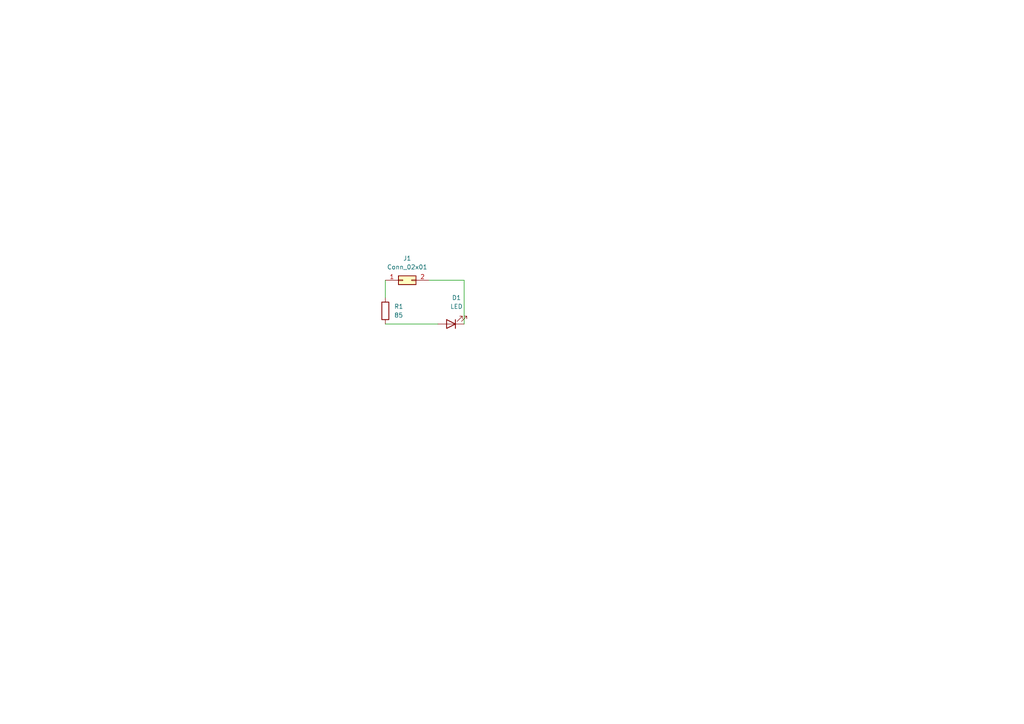
<source format=kicad_sch>
(kicad_sch
	(version 20231120)
	(generator "eeschema")
	(generator_version "8.0")
	(uuid "ea603c3e-a5af-429a-9393-3b28d3801b44")
	(paper "A4")
	(lib_symbols
		(symbol "Connector_Generic:Conn_02x01"
			(pin_names
				(offset 1.016) hide)
			(exclude_from_sim no)
			(in_bom yes)
			(on_board yes)
			(property "Reference" "J"
				(at 1.27 2.54 0)
				(effects
					(font
						(size 1.27 1.27)
					)
				)
			)
			(property "Value" "Conn_02x01"
				(at 1.27 -2.54 0)
				(effects
					(font
						(size 1.27 1.27)
					)
				)
			)
			(property "Footprint" ""
				(at 0 0 0)
				(effects
					(font
						(size 1.27 1.27)
					)
					(hide yes)
				)
			)
			(property "Datasheet" "~"
				(at 0 0 0)
				(effects
					(font
						(size 1.27 1.27)
					)
					(hide yes)
				)
			)
			(property "Description" "Generic connector, double row, 02x01, this symbol is compatible with counter-clockwise, top-bottom and odd-even numbering schemes., script generated (kicad-library-utils/schlib/autogen/connector/)"
				(at 0 0 0)
				(effects
					(font
						(size 1.27 1.27)
					)
					(hide yes)
				)
			)
			(property "ki_keywords" "connector"
				(at 0 0 0)
				(effects
					(font
						(size 1.27 1.27)
					)
					(hide yes)
				)
			)
			(property "ki_fp_filters" "Connector*:*_2x??_*"
				(at 0 0 0)
				(effects
					(font
						(size 1.27 1.27)
					)
					(hide yes)
				)
			)
			(symbol "Conn_02x01_1_1"
				(rectangle
					(start -1.27 0.127)
					(end 0 -0.127)
					(stroke
						(width 0.1524)
						(type default)
					)
					(fill
						(type none)
					)
				)
				(rectangle
					(start -1.27 1.27)
					(end 3.81 -1.27)
					(stroke
						(width 0.254)
						(type default)
					)
					(fill
						(type background)
					)
				)
				(rectangle
					(start 3.81 0.127)
					(end 2.54 -0.127)
					(stroke
						(width 0.1524)
						(type default)
					)
					(fill
						(type none)
					)
				)
				(pin passive line
					(at -5.08 0 0)
					(length 3.81)
					(name "Pin_1"
						(effects
							(font
								(size 1.27 1.27)
							)
						)
					)
					(number "1"
						(effects
							(font
								(size 1.27 1.27)
							)
						)
					)
				)
				(pin passive line
					(at 7.62 0 180)
					(length 3.81)
					(name "Pin_2"
						(effects
							(font
								(size 1.27 1.27)
							)
						)
					)
					(number "2"
						(effects
							(font
								(size 1.27 1.27)
							)
						)
					)
				)
			)
		)
		(symbol "Device:LED"
			(pin_numbers hide)
			(pin_names
				(offset 1.016) hide)
			(exclude_from_sim no)
			(in_bom yes)
			(on_board yes)
			(property "Reference" "D"
				(at 0 2.54 0)
				(effects
					(font
						(size 1.27 1.27)
					)
				)
			)
			(property "Value" "LED"
				(at 0 -2.54 0)
				(effects
					(font
						(size 1.27 1.27)
					)
				)
			)
			(property "Footprint" ""
				(at 0 0 0)
				(effects
					(font
						(size 1.27 1.27)
					)
					(hide yes)
				)
			)
			(property "Datasheet" "~"
				(at 0 0 0)
				(effects
					(font
						(size 1.27 1.27)
					)
					(hide yes)
				)
			)
			(property "Description" "Light emitting diode"
				(at 0 0 0)
				(effects
					(font
						(size 1.27 1.27)
					)
					(hide yes)
				)
			)
			(property "ki_keywords" "LED diode"
				(at 0 0 0)
				(effects
					(font
						(size 1.27 1.27)
					)
					(hide yes)
				)
			)
			(property "ki_fp_filters" "LED* LED_SMD:* LED_THT:*"
				(at 0 0 0)
				(effects
					(font
						(size 1.27 1.27)
					)
					(hide yes)
				)
			)
			(symbol "LED_0_1"
				(polyline
					(pts
						(xy -1.27 -1.27) (xy -1.27 1.27)
					)
					(stroke
						(width 0.254)
						(type default)
					)
					(fill
						(type none)
					)
				)
				(polyline
					(pts
						(xy -1.27 0) (xy 1.27 0)
					)
					(stroke
						(width 0)
						(type default)
					)
					(fill
						(type none)
					)
				)
				(polyline
					(pts
						(xy 1.27 -1.27) (xy 1.27 1.27) (xy -1.27 0) (xy 1.27 -1.27)
					)
					(stroke
						(width 0.254)
						(type default)
					)
					(fill
						(type none)
					)
				)
				(polyline
					(pts
						(xy -3.048 -0.762) (xy -4.572 -2.286) (xy -3.81 -2.286) (xy -4.572 -2.286) (xy -4.572 -1.524)
					)
					(stroke
						(width 0)
						(type default)
					)
					(fill
						(type none)
					)
				)
				(polyline
					(pts
						(xy -1.778 -0.762) (xy -3.302 -2.286) (xy -2.54 -2.286) (xy -3.302 -2.286) (xy -3.302 -1.524)
					)
					(stroke
						(width 0)
						(type default)
					)
					(fill
						(type none)
					)
				)
			)
			(symbol "LED_1_1"
				(pin passive line
					(at -3.81 0 0)
					(length 2.54)
					(name "K"
						(effects
							(font
								(size 1.27 1.27)
							)
						)
					)
					(number "1"
						(effects
							(font
								(size 1.27 1.27)
							)
						)
					)
				)
				(pin passive line
					(at 3.81 0 180)
					(length 2.54)
					(name "A"
						(effects
							(font
								(size 1.27 1.27)
							)
						)
					)
					(number "2"
						(effects
							(font
								(size 1.27 1.27)
							)
						)
					)
				)
			)
		)
		(symbol "Device:R"
			(pin_numbers hide)
			(pin_names
				(offset 0)
			)
			(exclude_from_sim no)
			(in_bom yes)
			(on_board yes)
			(property "Reference" "R"
				(at 2.032 0 90)
				(effects
					(font
						(size 1.27 1.27)
					)
				)
			)
			(property "Value" "R"
				(at 0 0 90)
				(effects
					(font
						(size 1.27 1.27)
					)
				)
			)
			(property "Footprint" ""
				(at -1.778 0 90)
				(effects
					(font
						(size 1.27 1.27)
					)
					(hide yes)
				)
			)
			(property "Datasheet" "~"
				(at 0 0 0)
				(effects
					(font
						(size 1.27 1.27)
					)
					(hide yes)
				)
			)
			(property "Description" "Resistor"
				(at 0 0 0)
				(effects
					(font
						(size 1.27 1.27)
					)
					(hide yes)
				)
			)
			(property "ki_keywords" "R res resistor"
				(at 0 0 0)
				(effects
					(font
						(size 1.27 1.27)
					)
					(hide yes)
				)
			)
			(property "ki_fp_filters" "R_*"
				(at 0 0 0)
				(effects
					(font
						(size 1.27 1.27)
					)
					(hide yes)
				)
			)
			(symbol "R_0_1"
				(rectangle
					(start -1.016 -2.54)
					(end 1.016 2.54)
					(stroke
						(width 0.254)
						(type default)
					)
					(fill
						(type none)
					)
				)
			)
			(symbol "R_1_1"
				(pin passive line
					(at 0 3.81 270)
					(length 1.27)
					(name "~"
						(effects
							(font
								(size 1.27 1.27)
							)
						)
					)
					(number "1"
						(effects
							(font
								(size 1.27 1.27)
							)
						)
					)
				)
				(pin passive line
					(at 0 -3.81 90)
					(length 1.27)
					(name "~"
						(effects
							(font
								(size 1.27 1.27)
							)
						)
					)
					(number "2"
						(effects
							(font
								(size 1.27 1.27)
							)
						)
					)
				)
			)
		)
	)
	(wire
		(pts
			(xy 134.62 93.98) (xy 134.62 81.28)
		)
		(stroke
			(width 0)
			(type default)
		)
		(uuid "1a207def-46fb-4132-8118-e8dcad6979cc")
	)
	(wire
		(pts
			(xy 111.76 93.98) (xy 127 93.98)
		)
		(stroke
			(width 0)
			(type default)
		)
		(uuid "4994af23-e3a6-452e-8a18-f18110e669c8")
	)
	(wire
		(pts
			(xy 111.76 81.28) (xy 111.76 86.36)
		)
		(stroke
			(width 0)
			(type default)
		)
		(uuid "ba366627-83b8-4aff-9247-64e258ee7678")
	)
	(wire
		(pts
			(xy 134.62 81.28) (xy 124.46 81.28)
		)
		(stroke
			(width 0)
			(type default)
		)
		(uuid "f8e869fd-64b0-4db5-a744-10c84e4f16a2")
	)
	(symbol
		(lib_id "Device:R")
		(at 111.76 90.17 0)
		(unit 1)
		(exclude_from_sim no)
		(in_bom yes)
		(on_board yes)
		(dnp no)
		(fields_autoplaced yes)
		(uuid "70cf3f7a-0325-4617-a9f6-c084b2ef8d97")
		(property "Reference" "R1"
			(at 114.3 88.8999 0)
			(effects
				(font
					(size 1.27 1.27)
				)
				(justify left)
			)
		)
		(property "Value" "85"
			(at 114.3 91.4399 0)
			(effects
				(font
					(size 1.27 1.27)
				)
				(justify left)
			)
		)
		(property "Footprint" "Resistor_THT:R_Axial_DIN0207_L6.3mm_D2.5mm_P15.24mm_Horizontal"
			(at 109.982 90.17 90)
			(effects
				(font
					(size 1.27 1.27)
				)
				(hide yes)
			)
		)
		(property "Datasheet" "~"
			(at 111.76 90.17 0)
			(effects
				(font
					(size 1.27 1.27)
				)
				(hide yes)
			)
		)
		(property "Description" "Resistor"
			(at 111.76 90.17 0)
			(effects
				(font
					(size 1.27 1.27)
				)
				(hide yes)
			)
		)
		(pin "1"
			(uuid "2e9bee21-3a76-485c-bfcc-c7592cc6761e")
		)
		(pin "2"
			(uuid "b3e0af4a-b8f8-4105-8ec4-f2f5731c429b")
		)
		(instances
			(project ""
				(path "/ea603c3e-a5af-429a-9393-3b28d3801b44"
					(reference "R1")
					(unit 1)
				)
			)
		)
	)
	(symbol
		(lib_id "Connector_Generic:Conn_02x01")
		(at 116.84 81.28 0)
		(unit 1)
		(exclude_from_sim no)
		(in_bom yes)
		(on_board yes)
		(dnp no)
		(fields_autoplaced yes)
		(uuid "7917acc6-9b9a-4c24-af21-c63f705abd37")
		(property "Reference" "J1"
			(at 118.11 74.93 0)
			(effects
				(font
					(size 1.27 1.27)
				)
			)
		)
		(property "Value" "Conn_02x01"
			(at 118.11 77.47 0)
			(effects
				(font
					(size 1.27 1.27)
				)
			)
		)
		(property "Footprint" "Connector_JST:JST_PH_S2B-PH-K_1x02_P2.00mm_Horizontal"
			(at 116.84 81.28 0)
			(effects
				(font
					(size 1.27 1.27)
				)
				(hide yes)
			)
		)
		(property "Datasheet" "~"
			(at 116.84 81.28 0)
			(effects
				(font
					(size 1.27 1.27)
				)
				(hide yes)
			)
		)
		(property "Description" "Generic connector, double row, 02x01, this symbol is compatible with counter-clockwise, top-bottom and odd-even numbering schemes., script generated (kicad-library-utils/schlib/autogen/connector/)"
			(at 116.84 81.28 0)
			(effects
				(font
					(size 1.27 1.27)
				)
				(hide yes)
			)
		)
		(pin "2"
			(uuid "1588ad0f-1fe1-4edf-83b2-72bde5807140")
		)
		(pin "1"
			(uuid "ddc4b2f0-84df-4b42-86b6-dfdb452bc655")
		)
		(instances
			(project ""
				(path "/ea603c3e-a5af-429a-9393-3b28d3801b44"
					(reference "J1")
					(unit 1)
				)
			)
		)
	)
	(symbol
		(lib_id "Device:LED")
		(at 130.81 93.98 180)
		(unit 1)
		(exclude_from_sim no)
		(in_bom yes)
		(on_board yes)
		(dnp no)
		(fields_autoplaced yes)
		(uuid "bb94a7d9-b438-4df6-8349-5c3906c01e7d")
		(property "Reference" "D1"
			(at 132.3975 86.36 0)
			(effects
				(font
					(size 1.27 1.27)
				)
			)
		)
		(property "Value" "LED"
			(at 132.3975 88.9 0)
			(effects
				(font
					(size 1.27 1.27)
				)
			)
		)
		(property "Footprint" "LED_THT:LED_D3.0mm"
			(at 130.81 93.98 0)
			(effects
				(font
					(size 1.27 1.27)
				)
				(hide yes)
			)
		)
		(property "Datasheet" "~"
			(at 130.81 93.98 0)
			(effects
				(font
					(size 1.27 1.27)
				)
				(hide yes)
			)
		)
		(property "Description" "Light emitting diode"
			(at 130.81 93.98 0)
			(effects
				(font
					(size 1.27 1.27)
				)
				(hide yes)
			)
		)
		(pin "2"
			(uuid "9485c992-74e6-4f1a-a5f5-cae8c2d2f9c4")
		)
		(pin "1"
			(uuid "d1412577-7806-478c-a4ee-170b4f7dbd39")
		)
		(instances
			(project ""
				(path "/ea603c3e-a5af-429a-9393-3b28d3801b44"
					(reference "D1")
					(unit 1)
				)
			)
		)
	)
	(sheet_instances
		(path "/"
			(page "1")
		)
	)
)

</source>
